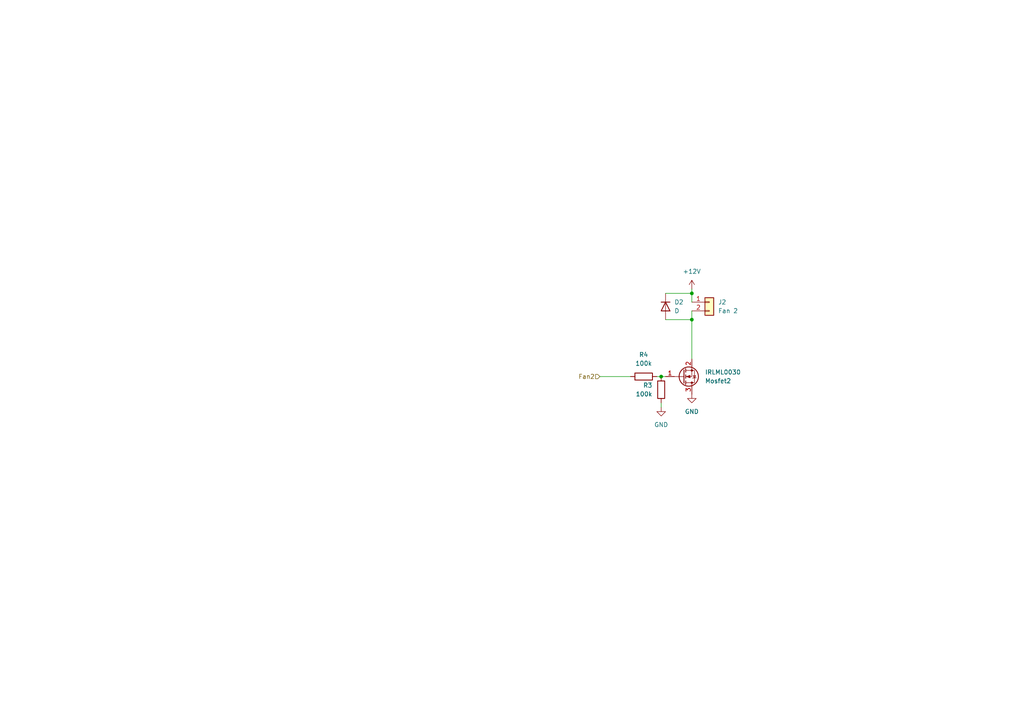
<source format=kicad_sch>
(kicad_sch (version 20231120) (generator "eeschema") (generator_version "8.0")
  (paper "A4")
  (lib_symbols
    (symbol "Connector_Generic:Conn_01x02" (pin_names (offset 1.016) hide)
      (property "Reference" "J" (at 0 2.54 0))
      (property "Value" "Conn_01x02" (at 0 -5.08 0))
      (symbol "Conn_01x02_1_1"
        (rectangle (start -1.27 -2.413) (end 0 -2.667) (stroke (width 0.1524)))
        (rectangle (start -1.27 0.127) (end 0 -0.127) (stroke (width 0.1524)))
        (rectangle (start -1.27 1.27) (end 1.27 -3.81) (stroke (width 0.254)) (fill (type background)))
        (pin passive line (at -5.08 0 0) (length 3.81) (name "Pin_1") (number "1"))
        (pin passive line (at -5.08 -2.54 0) (length 3.81) (name "Pin_2") (number "2"))
      )
    )
    (symbol "Device:D" (pin_numbers hide) (pin_names (offset 1.016) hide)
      (property "Reference" "D" (at 0 2.54 0))
      (property "Value" "D" (at 0 -2.54 0))
      (symbol "D_0_1"
        (polyline (pts (xy -1.27 1.27) (xy -1.27 -1.27)) (stroke (width 0.254)))
        (polyline (pts (xy 1.27 0) (xy -1.27 0)))
        (polyline (pts (xy 1.27 1.27) (xy 1.27 -1.27) (xy -1.27 0) (xy 1.27 1.27)) (stroke (width 0.254)))
      )
      (symbol "D_1_1"
        (pin passive line (at -3.81 0 0) (length 2.54) (name "K") (number "1"))
        (pin passive line (at 3.81 0 180) (length 2.54) (name "A") (number "2"))
      )
    )
    (symbol "Device:R" (pin_numbers hide) (pin_names (offset 0))
      (property "Reference" "R" (at 2.032 0 90))
      (property "Value" "R" (at 0 0 90))
      (symbol "R_0_1"
        (rectangle (start -1.016 -2.54) (end 1.016 2.54) (stroke (width 0.254)))
      )
      (symbol "R_1_1"
        (pin passive line (at 0 3.81 270) (length 1.27) (name "~") (number "1"))
        (pin passive line (at 0 -3.81 90) (length 1.27) (name "~") (number "2"))
      )
    )
    (symbol "Transistor_FET:IRLML0030" (pin_names hide)
      (property "Reference" "Q" (at 5.08 1.905 0))
      (property "Value" "IRLML0030" (at 5.08 0 0))
      (symbol "IRLML0030_0_1"
        (polyline (pts (xy 0.254 0) (xy -2.54 0)))
        (polyline (pts (xy 0.254 1.905) (xy 0.254 -1.905)) (stroke (width 0.254)))
        (polyline (pts (xy 0.762 -1.27) (xy 0.762 -2.286)) (stroke (width 0.254)))
        (polyline (pts (xy 0.762 0.508) (xy 0.762 -0.508)) (stroke (width 0.254)))
        (polyline (pts (xy 0.762 2.286) (xy 0.762 1.27)) (stroke (width 0.254)))
        (polyline (pts (xy 2.54 2.54) (xy 2.54 1.778)))
        (polyline (pts (xy 2.54 -2.54) (xy 2.54 0) (xy 0.762 0)))
        (polyline (pts (xy 0.762 -1.778) (xy 3.302 -1.778) (xy 3.302 1.778) (xy 0.762 1.778)))
        (polyline (pts (xy 1.016 0) (xy 2.032 0.381) (xy 2.032 -0.381) (xy 1.016 0)) (fill (type outline)))
        (polyline (pts (xy 2.794 0.508) (xy 2.921 0.381) (xy 3.683 0.381) (xy 3.81 0.254)))
        (polyline (pts (xy 3.302 0.381) (xy 2.921 -0.254) (xy 3.683 -0.254) (xy 3.302 0.381)))
        (circle (center 1.651 0) (radius 2.794) (stroke (width 0.254)))
        (circle (center 2.54 -1.778) (radius 0.254) (fill (type outline)))
        (circle (center 2.54 1.778) (radius 0.254) (fill (type outline)))
      )
      (symbol "IRLML0030_1_1"
        (pin input line (at -5.08 0 0) (length 2.54) (name "G") (number "1"))
        (pin passive line (at 2.54 -5.08 90) (length 2.54) (name "S") (number "2"))
        (pin passive line (at 2.54 5.08 270) (length 2.54) (name "D") (number "3"))
      )
    )
    (symbol "power:+12V" (power) (pin_numbers hide) (pin_names (offset 0) hide)
      (property "Value" "+12V" (at 0 3.556 0))
      (symbol "+12V_0_1"
        (polyline (pts (xy -0.762 1.27) (xy 0 2.54)))
        (polyline (pts (xy 0 0) (xy 0 2.54)))
        (polyline (pts (xy 0 2.54) (xy 0.762 1.27)))
      )
      (symbol "+12V_1_1"
        (pin power_in line (at 0 0 90) (length 0) (name "~") (number "1"))
      )
    )
    (symbol "power:GND" (power) (pin_numbers hide) (pin_names (offset 0) hide)
      (property "Value" "GND" (at 0 -3.81 0))
      (symbol "GND_0_1"
        (polyline (pts (xy 0 0) (xy 0 -1.27) (xy 1.27 -1.27) (xy 0 -2.54) (xy -1.27 -1.27) (xy 0 -1.27)))
      )
      (symbol "GND_1_1"
        (pin power_in line (at 0 0 270) (length 0) (name "~") (number "1"))
      )
    )
  )
  (junction (at 200.66 85.09))
  (junction (at 200.66 92.71))
  (junction (at 191.77 109.22))
  (wire (pts (xy 200.66 85.09) (xy 200.66 87.63)))
  (wire (pts (xy 200.66 92.71) (xy 200.66 104.14)))
  (wire (pts (xy 200.66 83.82) (xy 200.66 85.09)))
  (wire (pts (xy 191.77 109.22) (xy 193.04 109.22)))
  (wire (pts (xy 193.04 85.09) (xy 200.66 85.09)))
  (wire (pts (xy 182.88 109.22) (xy 173.99 109.22)))
  (wire (pts (xy 193.04 92.71) (xy 200.66 92.71)))
  (wire (pts (xy 191.77 116.84) (xy 191.77 118.11)))
  (wire (pts (xy 200.66 90.17) (xy 200.66 92.71)))
  (wire (pts (xy 190.5 109.22) (xy 191.77 109.22)))
  (hierarchical_label "Fan2" (shape input) (at 173.99 109.22 180))
  (symbol (lib_id "Connector_Generic:Conn_01x02") (at 205.74 87.63 0) (unit 1)
    (property "Reference" "J2" (at 208.28 87.6299 0) (effects (justify left)))
    (property "Value" "Fan 2" (at 208.28 90.1699 0) (effects (justify left)))
    (property "Footprint" "UTSVT_Connectors:Molex_MicroFit3.0_1x2xP3.00mm_PolarizingPeg_Vertical" (effects (hide yes)))
    (property "Description" "Generic connector, single row, 01x02, script generated (kicad-library-utils/schlib/autogen/connector/)" (effects (hide yes)))
  )
  (symbol (lib_id "Transistor_FET:IRLML0030") (at 198.12 109.22 0) (mirror x) (unit 1)
    (property "Reference" "Mosfet2" (at 204.47 110.4901 0) (effects (justify left)))
    (property "Value" "IRLML0030" (at 204.47 107.9501 0) (effects (justify left)))
    (property "Footprint" "Package_TO_SOT_SMD:SOT-23" (effects (hide yes)))
    (property "Datasheet" "https://www.infineon.com/dgdl/irlml0030pbf.pdf?fileId=5546d462533600a401535664773825df" (effects (hide yes)))
    (property "Description" "5.3A Id, 30V Vds, 27mOhm Rds, N-Channel HEXFET Power MOSFET, SOT-23" (effects (hide yes)))
  )
  (symbol (lib_id "Device:D") (at 193.04 88.9 270) (unit 1)
    (property "Reference" "D2" (at 195.58 87.6299 90) (effects (justify left)))
    (property "Value" "D" (at 195.58 90.1699 90) (effects (justify left)))
    (property "Footprint" "Diode_SMD:D_0805_2012Metric" (effects (hide yes)))
    (property "Description" "Diode" (effects (hide yes)))
    (property "Sim.Device" "D" (effects (hide yes)))
    (property "Sim.Pins" "1=K 2=A" (effects (hide yes)))
  )
  (symbol (lib_id "Device:R") (at 191.77 113.03 0) (mirror y) (unit 1)
    (property "Reference" "R3" (at 189.23 111.7599 0) (effects (justify left)))
    (property "Value" "100k" (at 189.23 114.2999 0) (effects (justify left)))
    (property "Footprint" "Resistor_SMD:R_0805_2012Metric" (effects (hide yes)))
    (property "Description" "Resistor" (effects (hide yes)))
  )
  (symbol (lib_id "Device:R") (at 186.69 109.22 90) (mirror x) (unit 1)
    (property "Reference" "R4" (at 186.69 102.87 90))
    (property "Value" "100k" (at 186.69 105.41 90))
    (property "Footprint" "Resistor_SMD:R_0805_2012Metric" (effects (hide yes)))
    (property "Description" "Resistor" (effects (hide yes)))
  )
  (symbol (lib_id "power:+12V") (at 200.66 83.82 0) (unit 1)
    (property "Reference" "#PWR09" (effects (hide yes)))
    (property "Value" "+12V" (at 200.66 78.74 0))
    (property "Description" "Power symbol creates a global label with name \"+12V\"" (effects (hide yes)))
  )
  (symbol (lib_id "power:GND") (at 200.66 114.3 0) (mirror y) (unit 1)
    (property "Reference" "#PWR018" (effects (hide yes)))
    (property "Value" "GND" (at 200.66 119.38 0))
    (property "Description" "Power symbol creates a global label with name \"GND\" , ground" (effects (hide yes)))
  )
  (symbol (lib_id "power:GND") (at 191.77 118.11 0) (mirror y) (unit 1)
    (property "Reference" "#PWR08" (effects (hide yes)))
    (property "Value" "GND" (at 191.77 123.19 0))
    (property "Description" "Power symbol creates a global label with name \"GND\" , ground" (effects (hide yes)))
  )
)
</source>
